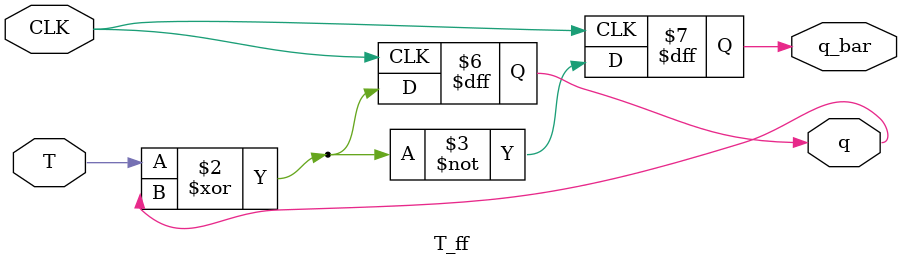
<source format=v>

/*
Instructions
-------------------
Students are not allowed to make any changes in the Module declaration.
This file is used to design T Flip Flop (Positive edge triggered).

Recommended Quartus Version : 19.1
The submitted project file must be 19.1 compatible as the evaluation will be done on Quartus Prime Lite 19.1.

Warning: The error due to compatibility will not be entertained.
			
-------------------
*/

//T Flip Flop design
//Inputs  : T and CLK 
//Outputs : q and q_bar

//////////////////DO NOT MAKE ANY CHANGES IN MODULE//////////////////
module T_ff (T, CLK, q, q_bar);

input T, CLK;					//INPUT T and CLK
output reg q = 0;				//OUTPUT q
output reg q_bar = 1;		//OUTPUT q_bar


always @(posedge CLK)
////////////////////////WRITE YOUR CODE FROM HERE//////////////////// 
	
begin
q = T^q;
q_bar = ~q;
end	

////////////////////////YOUR CODE ENDS HERE//////////////////////////
endmodule
///////////////////////////////MODULE ENDS///////////////////////////
</source>
